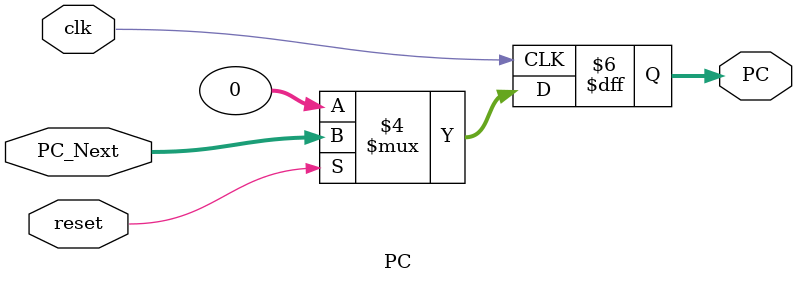
<source format=v>
module PC(PC,PC_Next,clk,reset);
    input [31:0] PC_Next;
    input clk, reset;
    output reg [31:0] PC;

    always @(posedge clk) begin
        if (!reset) begin
            PC <= 32'h00000000; // Reset PC to 0
        end else begin
            PC <= PC_Next; // Update PC with the next value
        end
    end

endmodule
</source>
